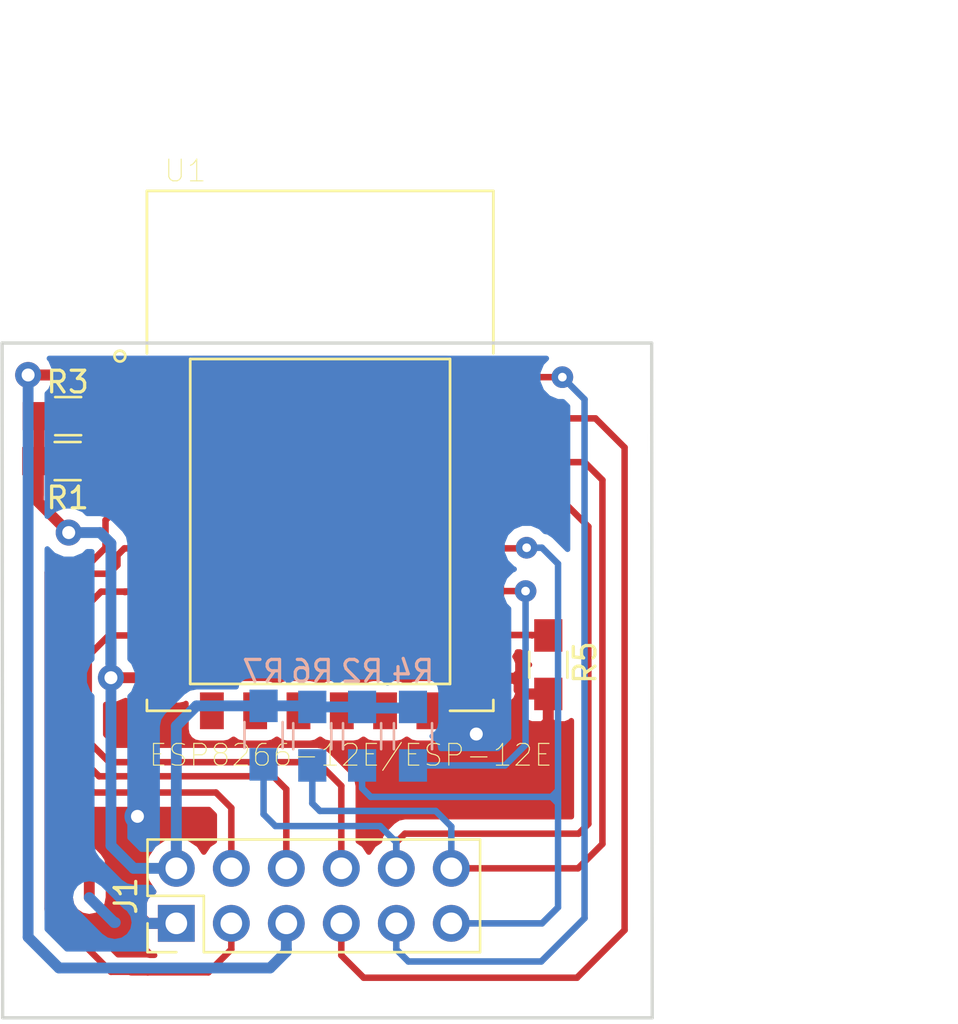
<source format=kicad_pcb>
(kicad_pcb (version 4) (host pcbnew 4.0.6)

  (general
    (links 26)
    (no_connects 0)
    (area 134.899999 96.274999 165.075001 127.575001)
    (thickness 1.6)
    (drawings 6)
    (tracks 200)
    (zones 0)
    (modules 9)
    (nets 23)
  )

  (page A4)
  (layers
    (0 F.Cu signal)
    (31 B.Cu signal)
    (32 B.Adhes user)
    (33 F.Adhes user)
    (34 B.Paste user)
    (35 F.Paste user)
    (36 B.SilkS user)
    (37 F.SilkS user)
    (38 B.Mask user)
    (39 F.Mask user)
    (40 Dwgs.User user)
    (41 Cmts.User user)
    (42 Eco1.User user)
    (43 Eco2.User user)
    (44 Edge.Cuts user)
    (45 Margin user)
    (46 B.CrtYd user)
    (47 F.CrtYd user)
    (48 B.Fab user hide)
    (49 F.Fab user hide)
  )

  (setup
    (last_trace_width 0.3)
    (trace_clearance 0.2)
    (zone_clearance 0.508)
    (zone_45_only no)
    (trace_min 0.2)
    (segment_width 0.2)
    (edge_width 0.15)
    (via_size 1)
    (via_drill 0.4)
    (via_min_size 0.4)
    (via_min_drill 0.3)
    (uvia_size 0.3)
    (uvia_drill 0.1)
    (uvias_allowed no)
    (uvia_min_size 0.2)
    (uvia_min_drill 0.1)
    (pcb_text_width 0.3)
    (pcb_text_size 1.5 1.5)
    (mod_edge_width 0.15)
    (mod_text_size 1 1)
    (mod_text_width 0.15)
    (pad_size 1.524 1.524)
    (pad_drill 0.762)
    (pad_to_mask_clearance 0.2)
    (aux_axis_origin 0 0)
    (visible_elements 7FFFFFFF)
    (pcbplotparams
      (layerselection 0x00030_80000001)
      (usegerberextensions false)
      (excludeedgelayer true)
      (linewidth 0.100000)
      (plotframeref false)
      (viasonmask false)
      (mode 1)
      (useauxorigin false)
      (hpglpennumber 1)
      (hpglpenspeed 20)
      (hpglpendiameter 15)
      (hpglpenoverlay 2)
      (psnegative false)
      (psa4output false)
      (plotreference true)
      (plotvalue true)
      (plotinvisibletext false)
      (padsonsilk false)
      (subtractmaskfromsilk false)
      (outputformat 1)
      (mirror false)
      (drillshape 1)
      (scaleselection 1)
      (outputdirectory ""))
  )

  (net 0 "")
  (net 1 GND)
  (net 2 +3V3)
  (net 3 /D1)
  (net 4 /D0)
  (net 5 /D2)
  (net 6 /RST)
  (net 7 /D3)
  (net 8 /SCL)
  (net 9 /GPIO15)
  (net 10 /SDA)
  (net 11 /GPIO2)
  (net 12 /RX)
  (net 13 /GPIO0)
  (net 14 /TX)
  (net 15 "Net-(U1-Pad9)")
  (net 16 "Net-(U1-Pad10)")
  (net 17 "Net-(U1-Pad11)")
  (net 18 "Net-(U1-Pad12)")
  (net 19 "Net-(U1-Pad13)")
  (net 20 "Net-(U1-Pad14)")
  (net 21 "Net-(R1-Pad1)")
  (net 22 "Net-(U1-Pad2)")

  (net_class Default "This is the default net class."
    (clearance 0.2)
    (trace_width 0.3)
    (via_dia 1)
    (via_drill 0.4)
    (uvia_dia 0.3)
    (uvia_drill 0.1)
    (add_net /D0)
    (add_net /D1)
    (add_net /D2)
    (add_net /D3)
    (add_net /GPIO0)
    (add_net /GPIO15)
    (add_net /GPIO2)
    (add_net /RX)
    (add_net /SCL)
    (add_net /SDA)
    (add_net /TX)
    (add_net "Net-(U1-Pad10)")
    (add_net "Net-(U1-Pad11)")
    (add_net "Net-(U1-Pad12)")
    (add_net "Net-(U1-Pad13)")
    (add_net "Net-(U1-Pad14)")
    (add_net "Net-(U1-Pad2)")
    (add_net "Net-(U1-Pad9)")
  )

  (net_class SOURCE ""
    (clearance 0.2)
    (trace_width 0.5)
    (via_dia 1.2)
    (via_drill 0.6)
    (uvia_dia 0.3)
    (uvia_drill 0.1)
    (add_net +3V3)
    (add_net /RST)
    (add_net GND)
    (add_net "Net-(R1-Pad1)")
  )

  (module Resistors_SMD:R_0805_HandSoldering (layer B.Cu) (tedit 58E0A804) (tstamp 5A57EF3F)
    (at 153.95 114.5 270)
    (descr "Resistor SMD 0805, hand soldering")
    (tags "resistor 0805")
    (path /5A5822F9)
    (attr smd)
    (fp_text reference R4 (at -3 0 360) (layer B.SilkS)
      (effects (font (size 1 1) (thickness 0.15)) (justify mirror))
    )
    (fp_text value 10k (at 0 -1.75 270) (layer B.Fab)
      (effects (font (size 1 1) (thickness 0.15)) (justify mirror))
    )
    (fp_text user %R (at 0 0 270) (layer B.Fab)
      (effects (font (size 0.5 0.5) (thickness 0.075)) (justify mirror))
    )
    (fp_line (start -1 -0.62) (end -1 0.62) (layer B.Fab) (width 0.1))
    (fp_line (start 1 -0.62) (end -1 -0.62) (layer B.Fab) (width 0.1))
    (fp_line (start 1 0.62) (end 1 -0.62) (layer B.Fab) (width 0.1))
    (fp_line (start -1 0.62) (end 1 0.62) (layer B.Fab) (width 0.1))
    (fp_line (start 0.6 -0.88) (end -0.6 -0.88) (layer B.SilkS) (width 0.12))
    (fp_line (start -0.6 0.88) (end 0.6 0.88) (layer B.SilkS) (width 0.12))
    (fp_line (start -2.35 0.9) (end 2.35 0.9) (layer B.CrtYd) (width 0.05))
    (fp_line (start -2.35 0.9) (end -2.35 -0.9) (layer B.CrtYd) (width 0.05))
    (fp_line (start 2.35 -0.9) (end 2.35 0.9) (layer B.CrtYd) (width 0.05))
    (fp_line (start 2.35 -0.9) (end -2.35 -0.9) (layer B.CrtYd) (width 0.05))
    (pad 1 smd rect (at -1.35 0 270) (size 1.5 1.3) (layers B.Cu B.Paste B.Mask)
      (net 2 +3V3))
    (pad 2 smd rect (at 1.35 0 270) (size 1.5 1.3) (layers B.Cu B.Paste B.Mask)
      (net 11 /GPIO2))
    (model ${KISYS3DMOD}/Resistors_SMD.3dshapes/R_0805.wrl
      (at (xyz 0 0 0))
      (scale (xyz 1 1 1))
      (rotate (xyz 0 0 0))
    )
  )

  (module Pin_Headers:Pin_Header_Straight_2x06_Pitch2.54mm (layer F.Cu) (tedit 59650532) (tstamp 5A57EBEF)
    (at 143.02 123.14 90)
    (descr "Through hole straight pin header, 2x06, 2.54mm pitch, double rows")
    (tags "Through hole pin header THT 2x06 2.54mm double row")
    (path /5A584F92)
    (fp_text reference J1 (at 1.27 -2.33 90) (layer F.SilkS)
      (effects (font (size 1 1) (thickness 0.15)))
    )
    (fp_text value ADAP_ESP (at 1.27 15.03 90) (layer F.Fab)
      (effects (font (size 1 1) (thickness 0.15)))
    )
    (fp_line (start 0 -1.27) (end 3.81 -1.27) (layer F.Fab) (width 0.1))
    (fp_line (start 3.81 -1.27) (end 3.81 13.97) (layer F.Fab) (width 0.1))
    (fp_line (start 3.81 13.97) (end -1.27 13.97) (layer F.Fab) (width 0.1))
    (fp_line (start -1.27 13.97) (end -1.27 0) (layer F.Fab) (width 0.1))
    (fp_line (start -1.27 0) (end 0 -1.27) (layer F.Fab) (width 0.1))
    (fp_line (start -1.33 14.03) (end 3.87 14.03) (layer F.SilkS) (width 0.12))
    (fp_line (start -1.33 1.27) (end -1.33 14.03) (layer F.SilkS) (width 0.12))
    (fp_line (start 3.87 -1.33) (end 3.87 14.03) (layer F.SilkS) (width 0.12))
    (fp_line (start -1.33 1.27) (end 1.27 1.27) (layer F.SilkS) (width 0.12))
    (fp_line (start 1.27 1.27) (end 1.27 -1.33) (layer F.SilkS) (width 0.12))
    (fp_line (start 1.27 -1.33) (end 3.87 -1.33) (layer F.SilkS) (width 0.12))
    (fp_line (start -1.33 0) (end -1.33 -1.33) (layer F.SilkS) (width 0.12))
    (fp_line (start -1.33 -1.33) (end 0 -1.33) (layer F.SilkS) (width 0.12))
    (fp_line (start -1.8 -1.8) (end -1.8 14.5) (layer F.CrtYd) (width 0.05))
    (fp_line (start -1.8 14.5) (end 4.35 14.5) (layer F.CrtYd) (width 0.05))
    (fp_line (start 4.35 14.5) (end 4.35 -1.8) (layer F.CrtYd) (width 0.05))
    (fp_line (start 4.35 -1.8) (end -1.8 -1.8) (layer F.CrtYd) (width 0.05))
    (fp_text user %R (at 1.27 6.35 180) (layer F.Fab)
      (effects (font (size 1 1) (thickness 0.15)))
    )
    (pad 1 thru_hole rect (at 0 0 90) (size 1.7 1.7) (drill 1) (layers *.Cu *.Mask)
      (net 1 GND))
    (pad 2 thru_hole oval (at 2.54 0 90) (size 1.7 1.7) (drill 1) (layers *.Cu *.Mask)
      (net 2 +3V3))
    (pad 3 thru_hole oval (at 0 2.54 90) (size 1.7 1.7) (drill 1) (layers *.Cu *.Mask)
      (net 4 /D0))
    (pad 4 thru_hole oval (at 2.54 2.54 90) (size 1.7 1.7) (drill 1) (layers *.Cu *.Mask)
      (net 3 /D1))
    (pad 5 thru_hole oval (at 0 5.08 90) (size 1.7 1.7) (drill 1) (layers *.Cu *.Mask)
      (net 6 /RST))
    (pad 6 thru_hole oval (at 2.54 5.08 90) (size 1.7 1.7) (drill 1) (layers *.Cu *.Mask)
      (net 7 /D3))
    (pad 7 thru_hole oval (at 0 7.62 90) (size 1.7 1.7) (drill 1) (layers *.Cu *.Mask)
      (net 12 /RX))
    (pad 8 thru_hole oval (at 2.54 7.62 90) (size 1.7 1.7) (drill 1) (layers *.Cu *.Mask)
      (net 5 /D2))
    (pad 9 thru_hole oval (at 0 10.16 90) (size 1.7 1.7) (drill 1) (layers *.Cu *.Mask)
      (net 14 /TX))
    (pad 10 thru_hole oval (at 2.54 10.16 90) (size 1.7 1.7) (drill 1) (layers *.Cu *.Mask)
      (net 10 /SDA))
    (pad 11 thru_hole oval (at 0 12.7 90) (size 1.7 1.7) (drill 1) (layers *.Cu *.Mask)
      (net 13 /GPIO0))
    (pad 12 thru_hole oval (at 2.54 12.7 90) (size 1.7 1.7) (drill 1) (layers *.Cu *.Mask)
      (net 8 /SCL))
  )

  (module ESP8266-12E_ESP-12E:XCVR_ESP8266-12E%2fESP-12E (layer F.Cu) (tedit 0) (tstamp 5A53FF20)
    (at 149.6625 104.8281)
    (path /5A4BFB2B)
    (attr smd)
    (fp_text reference U1 (at -6.22626 -16.4279) (layer F.SilkS)
      (effects (font (size 1.00262 1.00262) (thickness 0.05)))
    )
    (fp_text value ESP8266-12E/ESP-12E (at 1.4125 10.5469) (layer F.SilkS)
      (effects (font (size 1.00158 1.00158) (thickness 0.05)))
    )
    (fp_line (start -6 -7.74) (end 6 -7.74) (layer F.SilkS) (width 0.127))
    (fp_line (start 6 -7.74) (end 6 7.26) (layer F.SilkS) (width 0.127))
    (fp_line (start 6 7.26) (end -6 7.26) (layer F.SilkS) (width 0.127))
    (fp_line (start -6 7.26) (end -6 -7.74) (layer F.SilkS) (width 0.127))
    (fp_line (start -8 -15.5) (end 8 -15.5) (layer Dwgs.User) (width 0.127))
    (fp_line (start 8 -15.5) (end 8 8.5) (layer Dwgs.User) (width 0.127))
    (fp_line (start 8 8.5) (end -8 8.5) (layer Dwgs.User) (width 0.127))
    (fp_line (start -8 8.5) (end -8 -15.5) (layer Dwgs.User) (width 0.127))
    (fp_poly (pts (xy -8.01994 -15.5) (xy 8 -15.5) (xy 8 -8.5212) (xy -8.01994 -8.5212)) (layer Dwgs.User) (width 0.381))
    (fp_poly (pts (xy -8.02062 -15.5) (xy 8 -15.5) (xy 8 -8.52192) (xy -8.02062 -8.52192)) (layer Dwgs.User) (width 0.381))
    (fp_line (start -8 -8) (end -8 -15.5) (layer F.SilkS) (width 0.127))
    (fp_line (start -8 -15.5) (end 8 -15.5) (layer F.SilkS) (width 0.127))
    (fp_line (start 8 -15.5) (end 8 -8) (layer F.SilkS) (width 0.127))
    (fp_line (start -8 8) (end -8 8.5) (layer F.SilkS) (width 0.127))
    (fp_line (start -8 8.5) (end -6 8.5) (layer F.SilkS) (width 0.127))
    (fp_line (start 8 8) (end 8 8.5) (layer F.SilkS) (width 0.127))
    (fp_line (start 8 8.5) (end 6 8.5) (layer F.SilkS) (width 0.127))
    (fp_circle (center -9.25 -7.875) (end -9 -7.875) (layer F.SilkS) (width 0.127))
    (fp_line (start -8.75 9.625) (end 8.75 9.625) (layer Dwgs.User) (width 0.05))
    (fp_line (start 8.75 9.625) (end 8.75 -15.75) (layer Dwgs.User) (width 0.05))
    (fp_line (start 8.75 -15.75) (end -8.75 -15.75) (layer Dwgs.User) (width 0.05))
    (fp_line (start -8.75 -15.75) (end -8.75 9.625) (layer Dwgs.User) (width 0.05))
    (pad 1 smd rect (at -7.5 -7) (size 2 1.2) (layers F.Cu F.Paste F.Mask)
      (net 6 /RST))
    (pad 2 smd rect (at -7.5 -5) (size 2 1.2) (layers F.Cu F.Paste F.Mask)
      (net 22 "Net-(U1-Pad2)"))
    (pad 3 smd rect (at -7.5 -3) (size 2 1.2) (layers F.Cu F.Paste F.Mask)
      (net 21 "Net-(R1-Pad1)"))
    (pad 4 smd rect (at -7.5 -1) (size 2 1.2) (layers F.Cu F.Paste F.Mask)
      (net 4 /D0))
    (pad 5 smd rect (at -7.5 1) (size 2 1.2) (layers F.Cu F.Paste F.Mask)
      (net 3 /D1))
    (pad 6 smd rect (at -7.5 3) (size 2 1.2) (layers F.Cu F.Paste F.Mask)
      (net 7 /D3))
    (pad 7 smd rect (at -7.5 5) (size 2 1.2) (layers F.Cu F.Paste F.Mask)
      (net 5 /D2))
    (pad 8 smd rect (at -7.5 7) (size 2 1.2) (layers F.Cu F.Paste F.Mask)
      (net 2 +3V3))
    (pad 15 smd rect (at 7.5 7) (size 2 1.2) (layers F.Cu F.Paste F.Mask)
      (net 1 GND))
    (pad 16 smd rect (at 7.5 5) (size 2 1.2) (layers F.Cu F.Paste F.Mask)
      (net 9 /GPIO15))
    (pad 17 smd rect (at 7.5 3) (size 2 1.2) (layers F.Cu F.Paste F.Mask)
      (net 11 /GPIO2))
    (pad 18 smd rect (at 7.5 1) (size 2 1.2) (layers F.Cu F.Paste F.Mask)
      (net 13 /GPIO0))
    (pad 19 smd rect (at 7.5 -1) (size 2 1.2) (layers F.Cu F.Paste F.Mask)
      (net 10 /SDA))
    (pad 20 smd rect (at 7.5 -3) (size 2 1.2) (layers F.Cu F.Paste F.Mask)
      (net 8 /SCL))
    (pad 21 smd rect (at 7.5 -5) (size 2 1.2) (layers F.Cu F.Paste F.Mask)
      (net 12 /RX))
    (pad 22 smd rect (at 7.5 -7) (size 2 1.2) (layers F.Cu F.Paste F.Mask)
      (net 14 /TX))
    (pad 9 smd rect (at -5 8.5) (size 1.1 1.7) (layers F.Cu F.Paste F.Mask)
      (net 15 "Net-(U1-Pad9)"))
    (pad 10 smd rect (at -3 8.5) (size 1.1 1.7) (layers F.Cu F.Paste F.Mask)
      (net 16 "Net-(U1-Pad10)"))
    (pad 11 smd rect (at -1 8.5) (size 1.1 1.7) (layers F.Cu F.Paste F.Mask)
      (net 17 "Net-(U1-Pad11)"))
    (pad 12 smd rect (at 1 8.5) (size 1.1 1.7) (layers F.Cu F.Paste F.Mask)
      (net 18 "Net-(U1-Pad12)"))
    (pad 13 smd rect (at 3 8.5) (size 1.1 1.7) (layers F.Cu F.Paste F.Mask)
      (net 19 "Net-(U1-Pad13)"))
    (pad 14 smd rect (at 5 8.5) (size 1.1 1.7) (layers F.Cu F.Paste F.Mask)
      (net 20 "Net-(U1-Pad14)"))
  )

  (module Resistors_SMD:R_0805_HandSoldering (layer F.Cu) (tedit 58E0A804) (tstamp 5A57EF2D)
    (at 138 101.8 180)
    (descr "Resistor SMD 0805, hand soldering")
    (tags "resistor 0805")
    (path /5A58217C)
    (attr smd)
    (fp_text reference R1 (at 0 -1.7 180) (layer F.SilkS)
      (effects (font (size 1 1) (thickness 0.15)))
    )
    (fp_text value 10k (at 0 1.75 180) (layer F.Fab)
      (effects (font (size 1 1) (thickness 0.15)))
    )
    (fp_text user %R (at 0 0 180) (layer F.Fab)
      (effects (font (size 0.5 0.5) (thickness 0.075)))
    )
    (fp_line (start -1 0.62) (end -1 -0.62) (layer F.Fab) (width 0.1))
    (fp_line (start 1 0.62) (end -1 0.62) (layer F.Fab) (width 0.1))
    (fp_line (start 1 -0.62) (end 1 0.62) (layer F.Fab) (width 0.1))
    (fp_line (start -1 -0.62) (end 1 -0.62) (layer F.Fab) (width 0.1))
    (fp_line (start 0.6 0.88) (end -0.6 0.88) (layer F.SilkS) (width 0.12))
    (fp_line (start -0.6 -0.88) (end 0.6 -0.88) (layer F.SilkS) (width 0.12))
    (fp_line (start -2.35 -0.9) (end 2.35 -0.9) (layer F.CrtYd) (width 0.05))
    (fp_line (start -2.35 -0.9) (end -2.35 0.9) (layer F.CrtYd) (width 0.05))
    (fp_line (start 2.35 0.9) (end 2.35 -0.9) (layer F.CrtYd) (width 0.05))
    (fp_line (start 2.35 0.9) (end -2.35 0.9) (layer F.CrtYd) (width 0.05))
    (pad 1 smd rect (at -1.35 0 180) (size 1.5 1.3) (layers F.Cu F.Paste F.Mask)
      (net 21 "Net-(R1-Pad1)"))
    (pad 2 smd rect (at 1.35 0 180) (size 1.5 1.3) (layers F.Cu F.Paste F.Mask)
      (net 2 +3V3))
    (model ${KISYS3DMOD}/Resistors_SMD.3dshapes/R_0805.wrl
      (at (xyz 0 0 0))
      (scale (xyz 1 1 1))
      (rotate (xyz 0 0 0))
    )
  )

  (module Resistors_SMD:R_0805_HandSoldering (layer B.Cu) (tedit 58E0A804) (tstamp 5A57EF33)
    (at 151.6 114.5 90)
    (descr "Resistor SMD 0805, hand soldering")
    (tags "resistor 0805")
    (path /5A58426D)
    (attr smd)
    (fp_text reference R2 (at 3 0 360) (layer B.SilkS)
      (effects (font (size 1 1) (thickness 0.15)) (justify mirror))
    )
    (fp_text value 1k (at 0 -1.75 90) (layer B.Fab)
      (effects (font (size 1 1) (thickness 0.15)) (justify mirror))
    )
    (fp_text user %R (at 0 0 90) (layer B.Fab)
      (effects (font (size 0.5 0.5) (thickness 0.075)) (justify mirror))
    )
    (fp_line (start -1 -0.62) (end -1 0.62) (layer B.Fab) (width 0.1))
    (fp_line (start 1 -0.62) (end -1 -0.62) (layer B.Fab) (width 0.1))
    (fp_line (start 1 0.62) (end 1 -0.62) (layer B.Fab) (width 0.1))
    (fp_line (start -1 0.62) (end 1 0.62) (layer B.Fab) (width 0.1))
    (fp_line (start 0.6 -0.88) (end -0.6 -0.88) (layer B.SilkS) (width 0.12))
    (fp_line (start -0.6 0.88) (end 0.6 0.88) (layer B.SilkS) (width 0.12))
    (fp_line (start -2.35 0.9) (end 2.35 0.9) (layer B.CrtYd) (width 0.05))
    (fp_line (start -2.35 0.9) (end -2.35 -0.9) (layer B.CrtYd) (width 0.05))
    (fp_line (start 2.35 -0.9) (end 2.35 0.9) (layer B.CrtYd) (width 0.05))
    (fp_line (start 2.35 -0.9) (end -2.35 -0.9) (layer B.CrtYd) (width 0.05))
    (pad 1 smd rect (at -1.35 0 90) (size 1.5 1.3) (layers B.Cu B.Paste B.Mask)
      (net 13 /GPIO0))
    (pad 2 smd rect (at 1.35 0 90) (size 1.5 1.3) (layers B.Cu B.Paste B.Mask)
      (net 2 +3V3))
    (model ${KISYS3DMOD}/Resistors_SMD.3dshapes/R_0805.wrl
      (at (xyz 0 0 0))
      (scale (xyz 1 1 1))
      (rotate (xyz 0 0 0))
    )
  )

  (module Resistors_SMD:R_0805_HandSoldering (layer F.Cu) (tedit 58E0A804) (tstamp 5A57EF39)
    (at 138.025 99.725 180)
    (descr "Resistor SMD 0805, hand soldering")
    (tags "resistor 0805")
    (path /5A585349)
    (attr smd)
    (fp_text reference R3 (at 0.025 1.575 180) (layer F.SilkS)
      (effects (font (size 1 1) (thickness 0.15)))
    )
    (fp_text value 10k (at 0 1.75 180) (layer F.Fab)
      (effects (font (size 1 1) (thickness 0.15)))
    )
    (fp_text user %R (at 0 0 180) (layer F.Fab)
      (effects (font (size 0.5 0.5) (thickness 0.075)))
    )
    (fp_line (start -1 0.62) (end -1 -0.62) (layer F.Fab) (width 0.1))
    (fp_line (start 1 0.62) (end -1 0.62) (layer F.Fab) (width 0.1))
    (fp_line (start 1 -0.62) (end 1 0.62) (layer F.Fab) (width 0.1))
    (fp_line (start -1 -0.62) (end 1 -0.62) (layer F.Fab) (width 0.1))
    (fp_line (start 0.6 0.88) (end -0.6 0.88) (layer F.SilkS) (width 0.12))
    (fp_line (start -0.6 -0.88) (end 0.6 -0.88) (layer F.SilkS) (width 0.12))
    (fp_line (start -2.35 -0.9) (end 2.35 -0.9) (layer F.CrtYd) (width 0.05))
    (fp_line (start -2.35 -0.9) (end -2.35 0.9) (layer F.CrtYd) (width 0.05))
    (fp_line (start 2.35 0.9) (end 2.35 -0.9) (layer F.CrtYd) (width 0.05))
    (fp_line (start 2.35 0.9) (end -2.35 0.9) (layer F.CrtYd) (width 0.05))
    (pad 1 smd rect (at -1.35 0 180) (size 1.5 1.3) (layers F.Cu F.Paste F.Mask)
      (net 6 /RST))
    (pad 2 smd rect (at 1.35 0 180) (size 1.5 1.3) (layers F.Cu F.Paste F.Mask)
      (net 2 +3V3))
    (model ${KISYS3DMOD}/Resistors_SMD.3dshapes/R_0805.wrl
      (at (xyz 0 0 0))
      (scale (xyz 1 1 1))
      (rotate (xyz 0 0 0))
    )
  )

  (module Resistors_SMD:R_0805_HandSoldering (layer F.Cu) (tedit 58E0A804) (tstamp 5A57EF45)
    (at 160.2 111.2 90)
    (descr "Resistor SMD 0805, hand soldering")
    (tags "resistor 0805")
    (path /5A582372)
    (attr smd)
    (fp_text reference R5 (at 0.1 1.7 90) (layer F.SilkS)
      (effects (font (size 1 1) (thickness 0.15)))
    )
    (fp_text value 4.7k (at 0 1.75 90) (layer F.Fab)
      (effects (font (size 1 1) (thickness 0.15)))
    )
    (fp_text user %R (at 0 0 90) (layer F.Fab)
      (effects (font (size 0.5 0.5) (thickness 0.075)))
    )
    (fp_line (start -1 0.62) (end -1 -0.62) (layer F.Fab) (width 0.1))
    (fp_line (start 1 0.62) (end -1 0.62) (layer F.Fab) (width 0.1))
    (fp_line (start 1 -0.62) (end 1 0.62) (layer F.Fab) (width 0.1))
    (fp_line (start -1 -0.62) (end 1 -0.62) (layer F.Fab) (width 0.1))
    (fp_line (start 0.6 0.88) (end -0.6 0.88) (layer F.SilkS) (width 0.12))
    (fp_line (start -0.6 -0.88) (end 0.6 -0.88) (layer F.SilkS) (width 0.12))
    (fp_line (start -2.35 -0.9) (end 2.35 -0.9) (layer F.CrtYd) (width 0.05))
    (fp_line (start -2.35 -0.9) (end -2.35 0.9) (layer F.CrtYd) (width 0.05))
    (fp_line (start 2.35 0.9) (end 2.35 -0.9) (layer F.CrtYd) (width 0.05))
    (fp_line (start 2.35 0.9) (end -2.35 0.9) (layer F.CrtYd) (width 0.05))
    (pad 1 smd rect (at -1.35 0 90) (size 1.5 1.3) (layers F.Cu F.Paste F.Mask)
      (net 1 GND))
    (pad 2 smd rect (at 1.35 0 90) (size 1.5 1.3) (layers F.Cu F.Paste F.Mask)
      (net 9 /GPIO15))
    (model ${KISYS3DMOD}/Resistors_SMD.3dshapes/R_0805.wrl
      (at (xyz 0 0 0))
      (scale (xyz 1 1 1))
      (rotate (xyz 0 0 0))
    )
  )

  (module Resistors_SMD:R_0805_HandSoldering (layer B.Cu) (tedit 58E0A804) (tstamp 5A57EF4B)
    (at 149.3 114.5 270)
    (descr "Resistor SMD 0805, hand soldering")
    (tags "resistor 0805")
    (path /5A587943)
    (attr smd)
    (fp_text reference R6 (at -3 0 540) (layer B.SilkS)
      (effects (font (size 1 1) (thickness 0.15)) (justify mirror))
    )
    (fp_text value 4.7K (at 0 -1.75 270) (layer B.Fab)
      (effects (font (size 1 1) (thickness 0.15)) (justify mirror))
    )
    (fp_text user %R (at 0 0 270) (layer B.Fab)
      (effects (font (size 0.5 0.5) (thickness 0.075)) (justify mirror))
    )
    (fp_line (start -1 -0.62) (end -1 0.62) (layer B.Fab) (width 0.1))
    (fp_line (start 1 -0.62) (end -1 -0.62) (layer B.Fab) (width 0.1))
    (fp_line (start 1 0.62) (end 1 -0.62) (layer B.Fab) (width 0.1))
    (fp_line (start -1 0.62) (end 1 0.62) (layer B.Fab) (width 0.1))
    (fp_line (start 0.6 -0.88) (end -0.6 -0.88) (layer B.SilkS) (width 0.12))
    (fp_line (start -0.6 0.88) (end 0.6 0.88) (layer B.SilkS) (width 0.12))
    (fp_line (start -2.35 0.9) (end 2.35 0.9) (layer B.CrtYd) (width 0.05))
    (fp_line (start -2.35 0.9) (end -2.35 -0.9) (layer B.CrtYd) (width 0.05))
    (fp_line (start 2.35 -0.9) (end 2.35 0.9) (layer B.CrtYd) (width 0.05))
    (fp_line (start 2.35 -0.9) (end -2.35 -0.9) (layer B.CrtYd) (width 0.05))
    (pad 1 smd rect (at -1.35 0 270) (size 1.5 1.3) (layers B.Cu B.Paste B.Mask)
      (net 2 +3V3))
    (pad 2 smd rect (at 1.35 0 270) (size 1.5 1.3) (layers B.Cu B.Paste B.Mask)
      (net 8 /SCL))
    (model ${KISYS3DMOD}/Resistors_SMD.3dshapes/R_0805.wrl
      (at (xyz 0 0 0))
      (scale (xyz 1 1 1))
      (rotate (xyz 0 0 0))
    )
  )

  (module Resistors_SMD:R_0805_HandSoldering (layer B.Cu) (tedit 58E0A804) (tstamp 5A57EF51)
    (at 147.05 114.45 270)
    (descr "Resistor SMD 0805, hand soldering")
    (tags "resistor 0805")
    (path /5A587850)
    (attr smd)
    (fp_text reference R7 (at -2.95 0 360) (layer B.SilkS)
      (effects (font (size 1 1) (thickness 0.15)) (justify mirror))
    )
    (fp_text value 4.7K (at 0 -1.75 270) (layer B.Fab)
      (effects (font (size 1 1) (thickness 0.15)) (justify mirror))
    )
    (fp_text user %R (at 0 0 270) (layer B.Fab)
      (effects (font (size 0.5 0.5) (thickness 0.075)) (justify mirror))
    )
    (fp_line (start -1 -0.62) (end -1 0.62) (layer B.Fab) (width 0.1))
    (fp_line (start 1 -0.62) (end -1 -0.62) (layer B.Fab) (width 0.1))
    (fp_line (start 1 0.62) (end 1 -0.62) (layer B.Fab) (width 0.1))
    (fp_line (start -1 0.62) (end 1 0.62) (layer B.Fab) (width 0.1))
    (fp_line (start 0.6 -0.88) (end -0.6 -0.88) (layer B.SilkS) (width 0.12))
    (fp_line (start -0.6 0.88) (end 0.6 0.88) (layer B.SilkS) (width 0.12))
    (fp_line (start -2.35 0.9) (end 2.35 0.9) (layer B.CrtYd) (width 0.05))
    (fp_line (start -2.35 0.9) (end -2.35 -0.9) (layer B.CrtYd) (width 0.05))
    (fp_line (start 2.35 -0.9) (end 2.35 0.9) (layer B.CrtYd) (width 0.05))
    (fp_line (start 2.35 -0.9) (end -2.35 -0.9) (layer B.CrtYd) (width 0.05))
    (pad 1 smd rect (at -1.35 0 270) (size 1.5 1.3) (layers B.Cu B.Paste B.Mask)
      (net 2 +3V3))
    (pad 2 smd rect (at 1.35 0 270) (size 1.5 1.3) (layers B.Cu B.Paste B.Mask)
      (net 10 /SDA))
    (model ${KISYS3DMOD}/Resistors_SMD.3dshapes/R_0805.wrl
      (at (xyz 0 0 0))
      (scale (xyz 1 1 1))
      (rotate (xyz 0 0 0))
    )
  )

  (gr_line (start 164.975 96.35) (end 165 127.5) (angle 90) (layer Edge.Cuts) (width 0.15))
  (gr_line (start 135 127.5) (end 134.975 96.35) (angle 90) (layer Edge.Cuts) (width 0.15))
  (gr_line (start 165 127.5) (end 135 127.5) (angle 90) (layer Edge.Cuts) (width 0.15))
  (gr_line (start 134.975 96.35) (end 164.975 96.35) (angle 90) (layer Edge.Cuts) (width 0.15))
  (dimension 40.259 (width 0.3) (layer Margin)
    (gr_text "40.259 mm" (at 176.4576 107.5055 270) (layer Margin)
      (effects (font (size 1.5 1.5) (thickness 0.3)))
    )
    (feature1 (pts (xy 145.0848 127.635) (xy 177.8076 127.635)))
    (feature2 (pts (xy 145.0848 87.376) (xy 177.8076 87.376)))
    (crossbar (pts (xy 175.1076 87.376) (xy 175.1076 127.635)))
    (arrow1a (pts (xy 175.1076 127.635) (xy 174.521179 126.508496)))
    (arrow1b (pts (xy 175.1076 127.635) (xy 175.694021 126.508496)))
    (arrow2a (pts (xy 175.1076 87.376) (xy 174.521179 88.502504)))
    (arrow2b (pts (xy 175.1076 87.376) (xy 175.694021 88.502504)))
  )
  (dimension 29.9466 (width 0.3) (layer Margin)
    (gr_text "29.947 mm" (at 149.9997 82.3684) (layer Margin)
      (effects (font (size 1.5 1.5) (thickness 0.3)))
    )
    (feature1 (pts (xy 164.973 95.4532) (xy 164.973 81.0184)))
    (feature2 (pts (xy 135.0264 95.4532) (xy 135.0264 81.0184)))
    (crossbar (pts (xy 135.0264 83.7184) (xy 164.973 83.7184)))
    (arrow1a (pts (xy 164.973 83.7184) (xy 163.846496 84.304821)))
    (arrow1b (pts (xy 164.973 83.7184) (xy 163.846496 83.131979)))
    (arrow2a (pts (xy 135.0264 83.7184) (xy 136.152904 84.304821)))
    (arrow2b (pts (xy 135.0264 83.7184) (xy 136.152904 83.131979)))
  )

  (segment (start 139 121.95) (end 139 120.5) (width 0.5) (layer F.Cu) (net 0))
  (segment (start 139 120.5) (end 138.4 119.9) (width 0.5) (layer F.Cu) (net 0))
  (segment (start 140.2 123.1) (end 140.15 123.1) (width 0.5) (layer B.Cu) (net 0))
  (segment (start 140.15 123.1) (end 139 121.95) (width 0.5) (layer B.Cu) (net 0))
  (segment (start 160.2 112.55) (end 159.05 112.55) (width 0.5) (layer F.Cu) (net 1))
  (segment (start 159.05 112.55) (end 158.85 112.35) (width 0.5) (layer F.Cu) (net 1))
  (segment (start 158.85 112.35) (end 158.85 112.0156) (width 0.5) (layer F.Cu) (net 1))
  (segment (start 157.1625 111.8281) (end 158.6625 111.8281) (width 0.5) (layer F.Cu) (net 1))
  (segment (start 158.6625 111.8281) (end 158.85 112.0156) (width 0.5) (layer F.Cu) (net 1))
  (segment (start 143.02 123.14) (end 140.24 123.14) (width 0.5) (layer F.Cu) (net 1))
  (segment (start 140.24 123.14) (end 140.2 123.1) (width 0.5) (layer F.Cu) (net 1))
  (via (at 156.875 114.4) (size 1.2) (drill 0.6) (layers F.Cu B.Cu) (net 1))
  (via (at 141.225 118.2) (size 1.2) (drill 0.6) (layers F.Cu B.Cu) (net 1))
  (segment (start 141.225 122.695) (end 141.225 121.35) (width 0.5) (layer F.Cu) (net 1))
  (segment (start 141.225 121.35) (end 141.225 118.2) (width 0.5) (layer F.Cu) (net 1))
  (segment (start 141.67 123.14) (end 141.225 122.695) (width 0.5) (layer F.Cu) (net 1))
  (segment (start 143.02 123.14) (end 141.67 123.14) (width 0.5) (layer F.Cu) (net 1))
  (segment (start 157.2 113.45) (end 157.175 113.425) (width 0.5) (layer F.Cu) (net 1))
  (segment (start 156.875 114.4) (end 157.2 114.075) (width 0.5) (layer F.Cu) (net 1))
  (segment (start 157.2 114.075) (end 157.2 113.45) (width 0.5) (layer F.Cu) (net 1))
  (segment (start 157.175 112.9406) (end 157.175 113.425) (width 0.5) (layer F.Cu) (net 1))
  (segment (start 157.7531 111.8281) (end 157.7531 112.0031) (width 0.5) (layer F.Cu) (net 1))
  (segment (start 157.1625 112.9281) (end 157.175 112.9406) (width 0.5) (layer F.Cu) (net 1))
  (segment (start 157.1625 111.8281) (end 157.1625 112.9281) (width 0.5) (layer F.Cu) (net 1))
  (segment (start 157.1625 111.8281) (end 157.7531 111.8281) (width 0.5) (layer F.Cu) (net 1))
  (segment (start 140 105.6) (end 140 111.15) (width 0.5) (layer B.Cu) (net 2))
  (segment (start 138.05 105.1) (end 139.5 105.1) (width 0.5) (layer B.Cu) (net 2))
  (segment (start 139.5 105.1) (end 140 105.6) (width 0.5) (layer B.Cu) (net 2))
  (segment (start 136.65 101.8) (end 136.65 103.7) (width 0.5) (layer F.Cu) (net 2))
  (via (at 138.05 105.1) (size 1.2) (drill 0.6) (layers F.Cu B.Cu) (net 2))
  (segment (start 136.65 103.7) (end 138.05 105.1) (width 0.5) (layer F.Cu) (net 2))
  (segment (start 136.65 103.35) (end 136.65 101.8) (width 0.5) (layer F.Cu) (net 2))
  (segment (start 136.675 99.725) (end 136.675 101.775) (width 0.5) (layer F.Cu) (net 2))
  (segment (start 136.675 101.775) (end 136.65 101.8) (width 0.5) (layer F.Cu) (net 2))
  (segment (start 143.02 114.03) (end 143.95 113.1) (width 0.5) (layer B.Cu) (net 2))
  (segment (start 143.95 113.1) (end 147.05 113.1) (width 0.5) (layer B.Cu) (net 2))
  (segment (start 143.02 120.6) (end 143.02 114.03) (width 0.5) (layer B.Cu) (net 2))
  (segment (start 147.05 113.1) (end 149.25 113.1) (width 0.5) (layer B.Cu) (net 2))
  (segment (start 149.25 113.1) (end 149.3 113.15) (width 0.5) (layer B.Cu) (net 2))
  (segment (start 151.7 113.15) (end 149.3 113.15) (width 0.5) (layer B.Cu) (net 2))
  (segment (start 154.1 113.2) (end 151.75 113.2) (width 0.5) (layer B.Cu) (net 2))
  (segment (start 151.75 113.2) (end 151.7 113.15) (width 0.5) (layer B.Cu) (net 2))
  (segment (start 140 111.8) (end 140 111.15) (width 0.5) (layer B.Cu) (net 2))
  (segment (start 140 111.15) (end 140 110) (width 0.5) (layer B.Cu) (net 2))
  (via (at 140 111.8) (size 1.2) (drill 0.6) (layers F.Cu B.Cu) (net 2))
  (segment (start 141.05 120.6) (end 143.02 120.6) (width 0.5) (layer B.Cu) (net 2))
  (segment (start 140 111.8) (end 140 119.55) (width 0.5) (layer B.Cu) (net 2))
  (segment (start 140 119.55) (end 141.05 120.6) (width 0.5) (layer B.Cu) (net 2))
  (segment (start 143.02 120.6) (end 143.02 119.397919) (width 0.5) (layer B.Cu) (net 2))
  (segment (start 143.02 119.397919) (end 143.025 119.392919) (width 0.5) (layer B.Cu) (net 2))
  (segment (start 142.1344 111.8) (end 142.1625 111.8281) (width 0.5) (layer F.Cu) (net 2))
  (segment (start 140 111.8) (end 142.1344 111.8) (width 0.5) (layer F.Cu) (net 2))
  (segment (start 145.56 120.6) (end 145.56 117.81) (width 0.3) (layer F.Cu) (net 3))
  (segment (start 145.56 117.81) (end 144.85 117.1) (width 0.3) (layer F.Cu) (net 3))
  (segment (start 140.6219 105.8281) (end 142.1625 105.8281) (width 0.3) (layer F.Cu) (net 3))
  (segment (start 144.85 117.1) (end 139.2 117.1) (width 0.3) (layer F.Cu) (net 3))
  (segment (start 140.3 106.15) (end 140.6219 105.8281) (width 0.3) (layer F.Cu) (net 3))
  (segment (start 139.2 117.1) (end 137.625 115.525) (width 0.3) (layer F.Cu) (net 3))
  (segment (start 137.625 115.525) (end 137.625 107.475) (width 0.3) (layer F.Cu) (net 3))
  (segment (start 137.625 107.475) (end 138.1 107) (width 0.3) (layer F.Cu) (net 3))
  (segment (start 138.1 107) (end 139.9 107) (width 0.3) (layer F.Cu) (net 3))
  (segment (start 139.9 107) (end 140.3 106.6) (width 0.3) (layer F.Cu) (net 3))
  (segment (start 140.3 106.6) (end 140.3 106.15) (width 0.3) (layer F.Cu) (net 3))
  (segment (start 137.075 122.5) (end 137.075 106.95) (width 0.3) (layer F.Cu) (net 4))
  (segment (start 137.075 106.95) (end 137.625 106.4) (width 0.3) (layer F.Cu) (net 4))
  (segment (start 139.75 104.5281) (end 140.45 103.8281) (width 0.3) (layer F.Cu) (net 4))
  (segment (start 137.625 106.4) (end 139.15 106.4) (width 0.3) (layer F.Cu) (net 4))
  (segment (start 139.15 106.4) (end 139.75 105.8) (width 0.3) (layer F.Cu) (net 4))
  (segment (start 139.75 105.8) (end 139.75 104.5281) (width 0.3) (layer F.Cu) (net 4))
  (segment (start 140.45 103.8281) (end 142.1625 103.8281) (width 0.3) (layer F.Cu) (net 4))
  (segment (start 141.7 125.4) (end 140.925 125.4) (width 0.3) (layer F.Cu) (net 4))
  (segment (start 140 125.375) (end 141.675 125.375) (width 0.3) (layer F.Cu) (net 4))
  (segment (start 145.56 123.14) (end 145.56 124.342081) (width 0.3) (layer F.Cu) (net 4))
  (segment (start 144.502081 125.4) (end 141.7 125.4) (width 0.3) (layer F.Cu) (net 4))
  (segment (start 141.675 125.375) (end 141.7 125.4) (width 0.3) (layer F.Cu) (net 4))
  (segment (start 145.56 124.342081) (end 144.502081 125.4) (width 0.3) (layer F.Cu) (net 4))
  (segment (start 140 125.375) (end 137.075 122.45) (width 0.3) (layer F.Cu) (net 4))
  (segment (start 150.64 120.6) (end 150.64 116.79) (width 0.3) (layer F.Cu) (net 5))
  (segment (start 150.64 116.79) (end 149.55 115.7) (width 0.3) (layer F.Cu) (net 5))
  (segment (start 149.55 115.7) (end 139.925 115.7) (width 0.3) (layer F.Cu) (net 5))
  (segment (start 139.925 115.7) (end 138.975 114.75) (width 0.3) (layer F.Cu) (net 5))
  (segment (start 138.975 110.775) (end 139.9 109.85) (width 0.3) (layer F.Cu) (net 5))
  (segment (start 138.975 114.75) (end 138.975 110.775) (width 0.3) (layer F.Cu) (net 5))
  (segment (start 139.9 109.85) (end 140.8406 109.85) (width 0.3) (layer F.Cu) (net 5))
  (segment (start 140.8406 109.85) (end 140.8625 109.8281) (width 0.3) (layer F.Cu) (net 5))
  (segment (start 140.8625 109.8281) (end 142.1625 109.8281) (width 0.3) (layer F.Cu) (net 5))
  (segment (start 140 97.825) (end 139.2 97.825) (width 0.5) (layer F.Cu) (net 6))
  (segment (start 139.2 97.825) (end 138.8031 97.825) (width 0.5) (layer F.Cu) (net 6))
  (segment (start 139.375 98.575) (end 139.375 98) (width 0.5) (layer F.Cu) (net 6))
  (segment (start 139.375 98) (end 139.2 97.825) (width 0.5) (layer F.Cu) (net 6))
  (segment (start 140.2 97.825) (end 140 97.825) (width 0.5) (layer F.Cu) (net 6))
  (segment (start 139.375 98.575) (end 139.375 98.45) (width 0.5) (layer F.Cu) (net 6))
  (segment (start 139.375 98.45) (end 140 97.825) (width 0.5) (layer F.Cu) (net 6))
  (segment (start 138.8 97.8281) (end 138.2 97.8281) (width 0.5) (layer F.Cu) (net 6))
  (segment (start 138.2 97.8281) (end 136.1781 97.8281) (width 0.5) (layer F.Cu) (net 6))
  (segment (start 139.375 99.725) (end 139.375 98.575) (width 0.5) (layer F.Cu) (net 6))
  (segment (start 139.375 98.575) (end 138.6281 97.8281) (width 0.5) (layer F.Cu) (net 6))
  (segment (start 138.6281 97.8281) (end 138.2 97.8281) (width 0.5) (layer F.Cu) (net 6))
  (segment (start 140.2 97.825) (end 139.925 97.825) (width 0.5) (layer F.Cu) (net 6))
  (segment (start 142.1594 97.825) (end 140.2 97.825) (width 0.5) (layer F.Cu) (net 6))
  (segment (start 139.2 97.8281) (end 138.8 97.8281) (width 0.5) (layer F.Cu) (net 6))
  (segment (start 138.8031 97.825) (end 138.8 97.8281) (width 0.5) (layer F.Cu) (net 6))
  (segment (start 136.175 97.825) (end 136.175 123.775) (width 0.5) (layer B.Cu) (net 6))
  (segment (start 136.175 123.775) (end 137.6 125.2) (width 0.5) (layer B.Cu) (net 6))
  (segment (start 137.6 125.2) (end 147.35 125.2) (width 0.5) (layer B.Cu) (net 6))
  (segment (start 148.1 124.45) (end 148.1 124.342081) (width 0.5) (layer B.Cu) (net 6))
  (segment (start 147.35 125.2) (end 148.1 124.45) (width 0.5) (layer B.Cu) (net 6))
  (segment (start 136.1781 97.8281) (end 136.175 97.825) (width 0.5) (layer F.Cu) (net 6))
  (segment (start 137.65 97.825) (end 136.175 97.825) (width 0.5) (layer F.Cu) (net 6))
  (segment (start 142.1625 97.8281) (end 142.1594 97.825) (width 0.5) (layer F.Cu) (net 6))
  (via (at 136.175 97.825) (size 1.2) (drill 0.6) (layers F.Cu B.Cu) (net 6))
  (segment (start 148.1 124.342081) (end 148.1 124.4) (width 0.5) (layer B.Cu) (net 6))
  (segment (start 148.1 123.14) (end 148.1 124.342081) (width 0.5) (layer B.Cu) (net 6))
  (segment (start 140.65 107.8281) (end 140.65 107.85) (width 0.3) (layer F.Cu) (net 7))
  (segment (start 140.8625 107.8281) (end 140.65 107.8281) (width 0.3) (layer F.Cu) (net 7))
  (segment (start 140.65 107.8281) (end 139.5469 107.8281) (width 0.3) (layer F.Cu) (net 7))
  (segment (start 142.1625 107.8281) (end 140.65 107.8281) (width 0.3) (layer F.Cu) (net 7))
  (segment (start 140.25 116.35) (end 142.15 116.35) (width 0.3) (layer F.Cu) (net 7))
  (segment (start 148.1 116.95) (end 147.5 116.35) (width 0.3) (layer F.Cu) (net 7))
  (segment (start 147.5 116.35) (end 142.15 116.35) (width 0.3) (layer F.Cu) (net 7))
  (segment (start 148.1 120.6) (end 148.1 116.95) (width 0.3) (layer F.Cu) (net 7))
  (segment (start 139.45 116.35) (end 140.25 116.35) (width 0.3) (layer F.Cu) (net 7))
  (segment (start 139.5469 107.8281) (end 138.275 109.1) (width 0.3) (layer F.Cu) (net 7))
  (segment (start 138.275 109.1) (end 138.275 115.175) (width 0.3) (layer F.Cu) (net 7))
  (segment (start 138.275 115.175) (end 139.45 116.35) (width 0.3) (layer F.Cu) (net 7))
  (segment (start 140 116.35) (end 140.25 116.35) (width 0.3) (layer F.Cu) (net 7))
  (segment (start 142.1625 107.8281) (end 140.8625 107.8281) (width 0.3) (layer F.Cu) (net 7))
  (segment (start 140.8625 107.8281) (end 140.8406 107.85) (width 0.3) (layer F.Cu) (net 7))
  (segment (start 155 117.95) (end 155.72 118.67) (width 0.3) (layer B.Cu) (net 8))
  (segment (start 155.72 118.67) (end 155.72 120.6) (width 0.3) (layer B.Cu) (net 8))
  (segment (start 149.65 117.95) (end 155 117.95) (width 0.3) (layer B.Cu) (net 8))
  (segment (start 149.3 117.6) (end 149.65 117.95) (width 0.3) (layer B.Cu) (net 8))
  (segment (start 149.3 115.85) (end 149.3 117.6) (width 0.3) (layer B.Cu) (net 8))
  (segment (start 161.575 120.6) (end 162.7 119.475) (width 0.3) (layer F.Cu) (net 8))
  (segment (start 162.7 119.475) (end 162.7 102.675) (width 0.3) (layer F.Cu) (net 8))
  (segment (start 155.72 120.6) (end 161.575 120.6) (width 0.3) (layer F.Cu) (net 8))
  (segment (start 158.4844 101.85) (end 158.4625 101.8281) (width 0.3) (layer F.Cu) (net 8))
  (segment (start 162.7 102.675) (end 161.875 101.85) (width 0.3) (layer F.Cu) (net 8))
  (segment (start 161.875 101.85) (end 158.4844 101.85) (width 0.3) (layer F.Cu) (net 8))
  (segment (start 158.4625 101.8281) (end 157.1625 101.8281) (width 0.3) (layer F.Cu) (net 8))
  (segment (start 157.1625 109.8281) (end 160.1781 109.8281) (width 0.3) (layer F.Cu) (net 9))
  (segment (start 160.1781 109.8281) (end 160.2 109.85) (width 0.3) (layer F.Cu) (net 9))
  (segment (start 157.1625 109.8281) (end 159.4281 109.8281) (width 0.3) (layer F.Cu) (net 9))
  (segment (start 159.4281 109.8281) (end 159.45 109.85) (width 0.3) (layer F.Cu) (net 9))
  (segment (start 153.18 120.6) (end 153.18 119.397919) (width 0.3) (layer B.Cu) (net 10))
  (segment (start 153.18 119.397919) (end 152.432081 118.65) (width 0.3) (layer B.Cu) (net 10))
  (segment (start 152.432081 118.65) (end 147.6 118.65) (width 0.3) (layer B.Cu) (net 10))
  (segment (start 147.6 118.65) (end 147.05 118.1) (width 0.3) (layer B.Cu) (net 10))
  (segment (start 147.05 118.1) (end 147.05 115.8) (width 0.3) (layer B.Cu) (net 10))
  (segment (start 153.18 120.6) (end 153.18 119.397919) (width 0.3) (layer F.Cu) (net 10))
  (segment (start 162.05 104.825) (end 161.05 103.825) (width 0.3) (layer F.Cu) (net 10))
  (segment (start 153.18 119.397919) (end 153.577919 119) (width 0.3) (layer F.Cu) (net 10))
  (segment (start 153.577919 119) (end 161.6 119) (width 0.3) (layer F.Cu) (net 10))
  (segment (start 162.05 118.55) (end 162.05 104.825) (width 0.3) (layer F.Cu) (net 10))
  (segment (start 161.6 119) (end 162.05 118.55) (width 0.3) (layer F.Cu) (net 10))
  (segment (start 161.05 103.825) (end 158.4656 103.825) (width 0.3) (layer F.Cu) (net 10))
  (segment (start 158.4656 103.825) (end 158.4625 103.8281) (width 0.3) (layer F.Cu) (net 10))
  (segment (start 158.4625 103.8281) (end 157.1625 103.8281) (width 0.3) (layer F.Cu) (net 10))
  (segment (start 153.18 120.6) (end 153.18 119.28) (width 0.3) (layer B.Cu) (net 10))
  (segment (start 159.15 107.8) (end 157.1906 107.8) (width 0.3) (layer F.Cu) (net 11))
  (segment (start 157.1906 107.8) (end 157.1625 107.8281) (width 0.3) (layer F.Cu) (net 11))
  (segment (start 158.2 115.85) (end 159.15 114.9) (width 0.3) (layer B.Cu) (net 11))
  (segment (start 159.15 114.9) (end 159.15 107.8) (width 0.3) (layer B.Cu) (net 11))
  (via (at 159.15 107.8) (size 1) (drill 0.4) (layers F.Cu B.Cu) (net 11))
  (segment (start 153.95 115.85) (end 158.2 115.85) (width 0.3) (layer B.Cu) (net 11))
  (segment (start 150.64 123.14) (end 150.64 124.615) (width 0.3) (layer F.Cu) (net 12))
  (segment (start 162.3781 99.8281) (end 157.1625 99.8281) (width 0.3) (layer F.Cu) (net 12) (tstamp 5A5A08D2))
  (segment (start 163.725 101.175) (end 162.3781 99.8281) (width 0.3) (layer F.Cu) (net 12) (tstamp 5A5A08CD))
  (segment (start 163.725 123.45) (end 163.725 101.175) (width 0.3) (layer F.Cu) (net 12) (tstamp 5A5A08C6))
  (segment (start 161.525 125.65) (end 163.725 123.45) (width 0.3) (layer F.Cu) (net 12) (tstamp 5A5A08C3))
  (segment (start 151.675 125.65) (end 161.525 125.65) (width 0.3) (layer F.Cu) (net 12) (tstamp 5A5A08C1))
  (segment (start 150.64 124.615) (end 151.675 125.65) (width 0.3) (layer F.Cu) (net 12) (tstamp 5A5A08B6))
  (segment (start 160.65 117.75) (end 160.65 122.4) (width 0.3) (layer B.Cu) (net 13))
  (segment (start 160.65 117) (end 160.65 117.75) (width 0.3) (layer B.Cu) (net 13))
  (segment (start 160.65 117.75) (end 160.65 117.6) (width 0.3) (layer B.Cu) (net 13))
  (segment (start 160.65 117.6) (end 160.35 117.3) (width 0.3) (layer B.Cu) (net 13))
  (segment (start 160.65 115.4) (end 160.65 117) (width 0.3) (layer B.Cu) (net 13))
  (segment (start 152 117.3) (end 160.35 117.3) (width 0.3) (layer B.Cu) (net 13))
  (segment (start 160.35 117.3) (end 160.65 117) (width 0.3) (layer B.Cu) (net 13))
  (segment (start 151.6 115.85) (end 151.6 116.9) (width 0.3) (layer B.Cu) (net 13))
  (segment (start 151.6 116.9) (end 152 117.3) (width 0.3) (layer B.Cu) (net 13))
  (segment (start 160.65 106.542894) (end 160.65 115.4) (width 0.3) (layer B.Cu) (net 13))
  (segment (start 160.65 122.4) (end 159.91 123.14) (width 0.3) (layer B.Cu) (net 13))
  (segment (start 159.91 123.14) (end 155.72 123.14) (width 0.3) (layer B.Cu) (net 13))
  (segment (start 159.2 105.8) (end 159.907106 105.8) (width 0.3) (layer B.Cu) (net 13))
  (segment (start 159.907106 105.8) (end 160.65 106.542894) (width 0.3) (layer B.Cu) (net 13))
  (segment (start 157.1625 105.8281) (end 159.1719 105.8281) (width 0.3) (layer F.Cu) (net 13))
  (segment (start 159.1719 105.8281) (end 159.2 105.8) (width 0.3) (layer F.Cu) (net 13))
  (via (at 159.2 105.8) (size 1) (drill 0.4) (layers F.Cu B.Cu) (net 13))
  (segment (start 160.85 97.925) (end 157.2594 97.925) (width 0.3) (layer F.Cu) (net 14))
  (segment (start 157.2594 97.925) (end 157.1625 97.8281) (width 0.3) (layer F.Cu) (net 14))
  (segment (start 161.875 122.9) (end 161.875 98.95) (width 0.3) (layer B.Cu) (net 14))
  (segment (start 161.875 98.95) (end 160.85 97.925) (width 0.3) (layer B.Cu) (net 14))
  (via (at 160.85 97.925) (size 1) (drill 0.4) (layers F.Cu B.Cu) (net 14))
  (segment (start 159.875 124.9) (end 161.875 122.9) (width 0.3) (layer B.Cu) (net 14))
  (segment (start 153.737919 124.9) (end 159.875 124.9) (width 0.3) (layer B.Cu) (net 14))
  (segment (start 153.18 123.14) (end 153.18 124.342081) (width 0.3) (layer B.Cu) (net 14))
  (segment (start 153.18 124.342081) (end 153.737919 124.9) (width 0.3) (layer B.Cu) (net 14))
  (segment (start 139.35 101.8) (end 142.1344 101.8) (width 0.5) (layer F.Cu) (net 21))
  (segment (start 142.1344 101.8) (end 142.1625 101.8281) (width 0.5) (layer F.Cu) (net 21))

  (zone (net 1) (net_name GND) (layer F.Cu) (tstamp 0) (hatch edge 0.508)
    (connect_pads (clearance 0.508))
    (min_thickness 0.254)
    (fill yes (arc_segments 16) (thermal_gap 0.508) (thermal_bridge_width 0.508))
    (polygon
      (pts
        (xy 135 127.5) (xy 165 127.5) (xy 164.975 96.35) (xy 135 96.35)
      )
    )
    (filled_polygon
      (pts
        (xy 138.644921 117.655079) (xy 138.899593 117.825245) (xy 139.2 117.885) (xy 144.524842 117.885) (xy 144.775 118.135158)
        (xy 144.775 119.34375) (xy 144.509946 119.520853) (xy 144.29 119.850026) (xy 144.070054 119.520853) (xy 143.588285 119.198946)
        (xy 143.02 119.085907) (xy 142.451715 119.198946) (xy 141.969946 119.520853) (xy 141.648039 120.002622) (xy 141.535 120.570907)
        (xy 141.535 120.629093) (xy 141.648039 121.197378) (xy 141.969946 121.679147) (xy 141.975858 121.683097) (xy 141.810301 121.751673)
        (xy 141.631673 121.930302) (xy 141.535 122.163691) (xy 141.535 122.85425) (xy 141.69375 123.013) (xy 142.893 123.013)
        (xy 142.893 122.993) (xy 143.147 122.993) (xy 143.147 123.013) (xy 143.167 123.013) (xy 143.167 123.267)
        (xy 143.147 123.267) (xy 143.147 123.287) (xy 142.893 123.287) (xy 142.893 123.267) (xy 141.69375 123.267)
        (xy 141.535 123.42575) (xy 141.535 124.116309) (xy 141.631673 124.349698) (xy 141.810301 124.528327) (xy 142.019548 124.615)
        (xy 141.800683 124.615) (xy 141.675 124.59) (xy 140.325158 124.59) (xy 137.86 122.124842) (xy 137.86 120.61158)
        (xy 138.115 120.866579) (xy 138.115 121.95) (xy 138.182367 122.288675) (xy 138.37421 122.57579) (xy 138.661325 122.767633)
        (xy 139 122.835) (xy 139.338675 122.767633) (xy 139.62579 122.57579) (xy 139.817633 122.288675) (xy 139.885 121.95)
        (xy 139.885 120.500005) (xy 139.885001 120.5) (xy 139.817633 120.161325) (xy 139.792135 120.123164) (xy 139.62579 119.87421)
        (xy 139.625787 119.874208) (xy 139.02579 119.27421) (xy 138.738674 119.082367) (xy 138.4 119.014999) (xy 138.061326 119.082367)
        (xy 137.86 119.216887) (xy 137.86 116.870158)
      )
    )
    (filled_polygon
      (pts
        (xy 155.51506 97.2281) (xy 155.51506 98.4281) (xy 155.559338 98.663417) (xy 155.666259 98.829577) (xy 155.566069 98.97621)
        (xy 155.51506 99.2281) (xy 155.51506 100.4281) (xy 155.559338 100.663417) (xy 155.666259 100.829577) (xy 155.566069 100.97621)
        (xy 155.51506 101.2281) (xy 155.51506 102.4281) (xy 155.559338 102.663417) (xy 155.666259 102.829577) (xy 155.566069 102.97621)
        (xy 155.51506 103.2281) (xy 155.51506 104.4281) (xy 155.559338 104.663417) (xy 155.666259 104.829577) (xy 155.566069 104.97621)
        (xy 155.51506 105.2281) (xy 155.51506 106.4281) (xy 155.559338 106.663417) (xy 155.666259 106.829577) (xy 155.566069 106.97621)
        (xy 155.51506 107.2281) (xy 155.51506 108.4281) (xy 155.559338 108.663417) (xy 155.666259 108.829577) (xy 155.566069 108.97621)
        (xy 155.51506 109.2281) (xy 155.51506 110.4281) (xy 155.559338 110.663417) (xy 155.664982 110.827592) (xy 155.624173 110.868401)
        (xy 155.5275 111.10179) (xy 155.5275 111.54235) (xy 155.68625 111.7011) (xy 157.0355 111.7011) (xy 157.0355 111.6811)
        (xy 157.2895 111.6811) (xy 157.2895 111.7011) (xy 158.63875 111.7011) (xy 158.7975 111.54235) (xy 158.7975 111.10179)
        (xy 158.700827 110.868401) (xy 158.658866 110.82644) (xy 158.758931 110.67999) (xy 158.772477 110.6131) (xy 158.905025 110.6131)
        (xy 158.946838 110.835317) (xy 159.08591 111.051441) (xy 159.29811 111.196431) (xy 159.33149 111.203191) (xy 159.190301 111.261673)
        (xy 159.011673 111.440302) (xy 158.915 111.673691) (xy 158.915 112.26425) (xy 159.07375 112.423) (xy 160.073 112.423)
        (xy 160.073 112.403) (xy 160.327 112.403) (xy 160.327 112.423) (xy 160.347 112.423) (xy 160.347 112.677)
        (xy 160.327 112.677) (xy 160.327 113.77625) (xy 160.48575 113.935) (xy 160.97631 113.935) (xy 161.209699 113.838327)
        (xy 161.265 113.783026) (xy 161.265 118.215) (xy 153.577919 118.215) (xy 153.277513 118.274755) (xy 153.277511 118.274756)
        (xy 153.277512 118.274756) (xy 153.02284 118.444921) (xy 152.624921 118.84284) (xy 152.454755 119.097512) (xy 152.407515 119.335)
        (xy 152.407427 119.335447) (xy 152.129946 119.520853) (xy 151.91 119.850026) (xy 151.690054 119.520853) (xy 151.425 119.34375)
        (xy 151.425 116.79) (xy 151.365245 116.489594) (xy 151.195079 116.234921) (xy 150.105079 115.144921) (xy 149.850407 114.974755)
        (xy 149.55 114.915) (xy 140.250158 114.915) (xy 139.76 114.424842) (xy 139.76 113.034791) (xy 140.244579 113.035214)
        (xy 140.682221 112.854383) (xy 140.69841 112.879541) (xy 140.91061 113.024531) (xy 141.1625 113.07554) (xy 143.1625 113.07554)
        (xy 143.397817 113.031262) (xy 143.46506 112.987992) (xy 143.46506 114.1781) (xy 143.509338 114.413417) (xy 143.64841 114.629541)
        (xy 143.86061 114.774531) (xy 144.1125 114.82554) (xy 145.2125 114.82554) (xy 145.447817 114.781262) (xy 145.663941 114.64219)
        (xy 145.66489 114.640801) (xy 145.86061 114.774531) (xy 146.1125 114.82554) (xy 147.2125 114.82554) (xy 147.447817 114.781262)
        (xy 147.663941 114.64219) (xy 147.66489 114.640801) (xy 147.86061 114.774531) (xy 148.1125 114.82554) (xy 149.2125 114.82554)
        (xy 149.447817 114.781262) (xy 149.663941 114.64219) (xy 149.66489 114.640801) (xy 149.86061 114.774531) (xy 150.1125 114.82554)
        (xy 151.2125 114.82554) (xy 151.447817 114.781262) (xy 151.663941 114.64219) (xy 151.66489 114.640801) (xy 151.86061 114.774531)
        (xy 152.1125 114.82554) (xy 153.2125 114.82554) (xy 153.447817 114.781262) (xy 153.663941 114.64219) (xy 153.66489 114.640801)
        (xy 153.86061 114.774531) (xy 154.1125 114.82554) (xy 155.2125 114.82554) (xy 155.447817 114.781262) (xy 155.663941 114.64219)
        (xy 155.808931 114.42999) (xy 155.85994 114.1781) (xy 155.85994 112.990094) (xy 156.036191 113.0631) (xy 156.87675 113.0631)
        (xy 157.0355 112.90435) (xy 157.0355 111.9551) (xy 157.2895 111.9551) (xy 157.2895 112.90435) (xy 157.44825 113.0631)
        (xy 158.288809 113.0631) (xy 158.522198 112.966427) (xy 158.652875 112.83575) (xy 158.915 112.83575) (xy 158.915 113.426309)
        (xy 159.011673 113.659698) (xy 159.190301 113.838327) (xy 159.42369 113.935) (xy 159.91425 113.935) (xy 160.073 113.77625)
        (xy 160.073 112.677) (xy 159.07375 112.677) (xy 158.915 112.83575) (xy 158.652875 112.83575) (xy 158.700827 112.787799)
        (xy 158.7975 112.55441) (xy 158.7975 112.11385) (xy 158.63875 111.9551) (xy 157.2895 111.9551) (xy 157.0355 111.9551)
        (xy 155.68625 111.9551) (xy 155.639817 112.001533) (xy 155.46439 111.881669) (xy 155.2125 111.83066) (xy 154.1125 111.83066)
        (xy 153.877183 111.874938) (xy 153.661059 112.01401) (xy 153.66011 112.015399) (xy 153.46439 111.881669) (xy 153.2125 111.83066)
        (xy 152.1125 111.83066) (xy 151.877183 111.874938) (xy 151.661059 112.01401) (xy 151.66011 112.015399) (xy 151.46439 111.881669)
        (xy 151.2125 111.83066) (xy 150.1125 111.83066) (xy 149.877183 111.874938) (xy 149.661059 112.01401) (xy 149.66011 112.015399)
        (xy 149.46439 111.881669) (xy 149.2125 111.83066) (xy 148.1125 111.83066) (xy 147.877183 111.874938) (xy 147.661059 112.01401)
        (xy 147.66011 112.015399) (xy 147.46439 111.881669) (xy 147.2125 111.83066) (xy 146.1125 111.83066) (xy 145.877183 111.874938)
        (xy 145.661059 112.01401) (xy 145.66011 112.015399) (xy 145.46439 111.881669) (xy 145.2125 111.83066) (xy 144.1125 111.83066)
        (xy 143.877183 111.874938) (xy 143.80994 111.918208) (xy 143.80994 111.2281) (xy 143.765662 110.992783) (xy 143.658741 110.826623)
        (xy 143.758931 110.67999) (xy 143.80994 110.4281) (xy 143.80994 109.2281) (xy 143.765662 108.992783) (xy 143.658741 108.826623)
        (xy 143.758931 108.67999) (xy 143.80994 108.4281) (xy 143.80994 107.2281) (xy 143.765662 106.992783) (xy 143.658741 106.826623)
        (xy 143.758931 106.67999) (xy 143.80994 106.4281) (xy 143.80994 105.2281) (xy 143.765662 104.992783) (xy 143.658741 104.826623)
        (xy 143.758931 104.67999) (xy 143.80994 104.4281) (xy 143.80994 103.2281) (xy 143.765662 102.992783) (xy 143.658741 102.826623)
        (xy 143.758931 102.67999) (xy 143.80994 102.4281) (xy 143.80994 101.2281) (xy 143.765662 100.992783) (xy 143.658741 100.826623)
        (xy 143.758931 100.67999) (xy 143.80994 100.4281) (xy 143.80994 99.2281) (xy 143.765662 98.992783) (xy 143.658741 98.826623)
        (xy 143.758931 98.67999) (xy 143.80994 98.4281) (xy 143.80994 97.2281) (xy 143.77831 97.06) (xy 155.549101 97.06)
      )
    )
  )
  (zone (net 1) (net_name GND) (layer B.Cu) (tstamp 0) (hatch edge 0.508)
    (connect_pads (clearance 0.508))
    (min_thickness 0.254)
    (fill yes (arc_segments 16) (thermal_gap 0.508) (thermal_bridge_width 0.508))
    (polygon
      (pts
        (xy 135 127.5) (xy 165 127.5) (xy 164.975 96.35) (xy 135 96.35)
      )
    )
    (filled_polygon
      (pts
        (xy 137.349515 106.146371) (xy 137.803266 106.334785) (xy 138.294579 106.335214) (xy 138.748657 106.147592) (xy 138.911533 105.985)
        (xy 139.115 105.985) (xy 139.115 110.938426) (xy 138.953629 111.099515) (xy 138.765215 111.553266) (xy 138.764786 112.044579)
        (xy 138.952408 112.498657) (xy 139.115 112.661533) (xy 139.115 119.549995) (xy 139.114999 119.55) (xy 139.151121 119.731593)
        (xy 139.182367 119.888675) (xy 139.339047 120.123164) (xy 139.37421 120.17579) (xy 140.424208 121.225787) (xy 140.42421 121.22579)
        (xy 140.662486 121.385) (xy 140.711325 121.417633) (xy 141.05 121.485001) (xy 141.050005 121.485) (xy 141.840221 121.485)
        (xy 141.969946 121.679147) (xy 141.975858 121.683097) (xy 141.810301 121.751673) (xy 141.631673 121.930302) (xy 141.535 122.163691)
        (xy 141.535 122.85425) (xy 141.69375 123.013) (xy 142.893 123.013) (xy 142.893 122.993) (xy 143.147 122.993)
        (xy 143.147 123.013) (xy 143.167 123.013) (xy 143.167 123.267) (xy 143.147 123.267) (xy 143.147 123.287)
        (xy 142.893 123.287) (xy 142.893 123.267) (xy 141.69375 123.267) (xy 141.535 123.42575) (xy 141.535 124.116309)
        (xy 141.617301 124.315) (xy 137.966579 124.315) (xy 137.06 123.40842) (xy 137.06 121.95) (xy 138.114999 121.95)
        (xy 138.182367 122.288674) (xy 138.37421 122.57579) (xy 139.524208 123.725787) (xy 139.52421 123.72579) (xy 139.716054 123.853975)
        (xy 139.811326 123.917634) (xy 140.15 123.985001) (xy 140.150005 123.985) (xy 140.2 123.985) (xy 140.538675 123.917633)
        (xy 140.82579 123.72579) (xy 141.017633 123.438675) (xy 141.085 123.1) (xy 141.017633 122.761325) (xy 140.82579 122.47421)
        (xy 140.675106 122.373526) (xy 139.62579 121.32421) (xy 139.338674 121.132367) (xy 139 121.064999) (xy 138.661326 121.132367)
        (xy 138.37421 121.32421) (xy 138.182367 121.611326) (xy 138.114999 121.95) (xy 137.06 121.95) (xy 137.06 105.85635)
      )
    )
    (filled_polygon
      (pts
        (xy 159.888355 97.281235) (xy 159.715197 97.698244) (xy 159.714803 98.149775) (xy 159.887233 98.567086) (xy 160.206235 98.886645)
        (xy 160.623244 99.059803) (xy 160.874865 99.060023) (xy 161.09 99.275158) (xy 161.09 105.872736) (xy 160.462185 105.244921)
        (xy 160.207513 105.074755) (xy 160.048099 105.043045) (xy 159.843765 104.838355) (xy 159.426756 104.665197) (xy 158.975225 104.664803)
        (xy 158.557914 104.837233) (xy 158.238355 105.156235) (xy 158.065197 105.573244) (xy 158.064803 106.024775) (xy 158.237233 106.442086)
        (xy 158.556235 106.761645) (xy 158.623376 106.789525) (xy 158.507914 106.837233) (xy 158.188355 107.156235) (xy 158.015197 107.573244)
        (xy 158.014803 108.024775) (xy 158.187233 108.442086) (xy 158.365 108.620163) (xy 158.365 114.574842) (xy 157.874842 115.065)
        (xy 155.240854 115.065) (xy 155.203162 114.864683) (xy 155.06409 114.648559) (xy 154.85189 114.503569) (xy 154.838803 114.500919)
        (xy 155.051441 114.36409) (xy 155.196431 114.15189) (xy 155.24744 113.9) (xy 155.24744 112.4) (xy 155.203162 112.164683)
        (xy 155.06409 111.948559) (xy 154.85189 111.803569) (xy 154.6 111.75256) (xy 153.3 111.75256) (xy 153.064683 111.796838)
        (xy 152.848559 111.93591) (xy 152.775116 112.043397) (xy 152.71409 111.948559) (xy 152.50189 111.803569) (xy 152.25 111.75256)
        (xy 150.95 111.75256) (xy 150.714683 111.796838) (xy 150.498559 111.93591) (xy 150.450866 112.005711) (xy 150.41409 111.948559)
        (xy 150.20189 111.803569) (xy 149.95 111.75256) (xy 148.65 111.75256) (xy 148.414683 111.796838) (xy 148.198559 111.93591)
        (xy 148.193185 111.943775) (xy 148.16409 111.898559) (xy 147.95189 111.753569) (xy 147.7 111.70256) (xy 146.4 111.70256)
        (xy 146.164683 111.746838) (xy 145.948559 111.88591) (xy 145.803569 112.09811) (xy 145.779898 112.215) (xy 143.950005 112.215)
        (xy 143.95 112.214999) (xy 143.611326 112.282366) (xy 143.611324 112.282367) (xy 143.611325 112.282367) (xy 143.32421 112.47421)
        (xy 143.324208 112.474213) (xy 142.39421 113.40421) (xy 142.202367 113.691325) (xy 142.19119 113.747516) (xy 142.134999 114.03)
        (xy 142.135 114.030005) (xy 142.135 119.397914) (xy 142.134999 119.397919) (xy 142.135 119.397924) (xy 142.135 119.410568)
        (xy 141.969946 119.520853) (xy 141.840221 119.715) (xy 141.416579 119.715) (xy 140.885 119.18342) (xy 140.885 112.661574)
        (xy 141.046371 112.500485) (xy 141.234785 112.046734) (xy 141.235214 111.555421) (xy 141.047592 111.101343) (xy 140.885 110.938467)
        (xy 140.885 105.600005) (xy 140.885001 105.6) (xy 140.817633 105.261326) (xy 140.817633 105.261325) (xy 140.62579 104.97421)
        (xy 140.625787 104.974208) (xy 140.12579 104.47421) (xy 140.014 104.399515) (xy 139.838675 104.282367) (xy 139.782484 104.27119)
        (xy 139.5 104.214999) (xy 139.499995 104.215) (xy 138.911574 104.215) (xy 138.750485 104.053629) (xy 138.296734 103.865215)
        (xy 137.805421 103.864786) (xy 137.351343 104.052408) (xy 137.06 104.343242) (xy 137.06 98.686574) (xy 137.221371 98.525485)
        (xy 137.409785 98.071734) (xy 137.410214 97.580421) (xy 137.222592 97.126343) (xy 137.156365 97.06) (xy 160.109976 97.06)
      )
    )
  )
)

</source>
